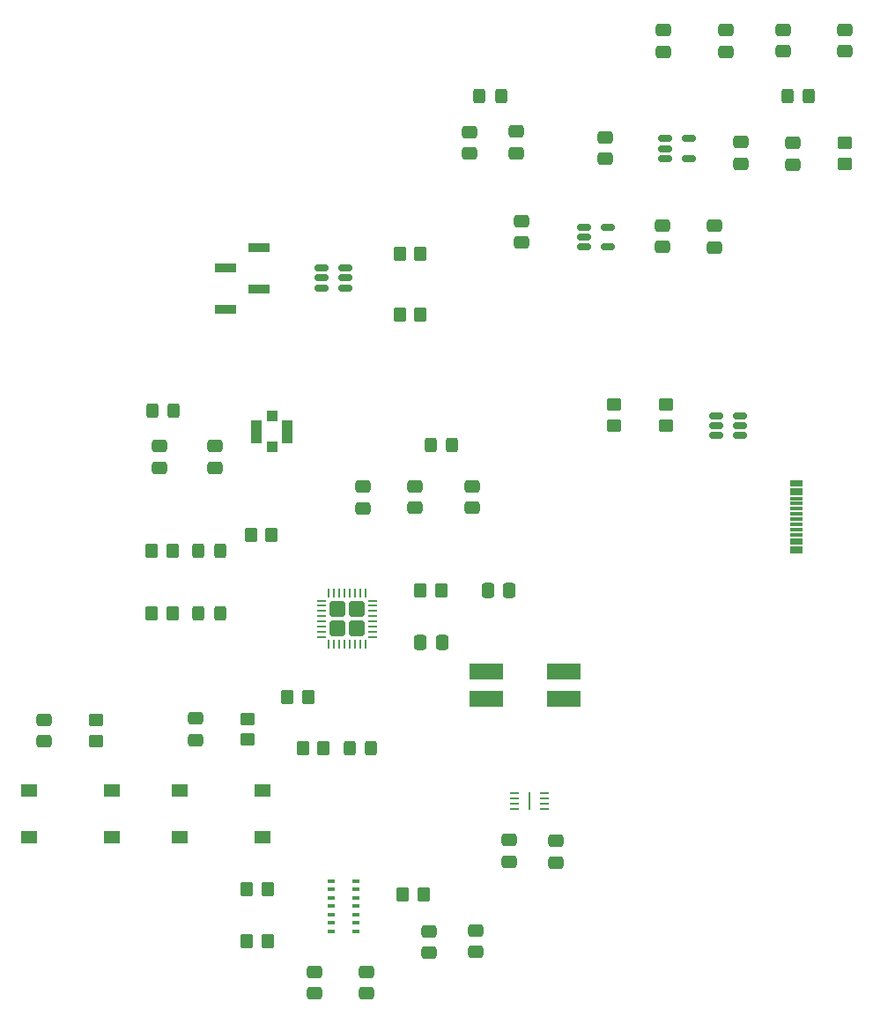
<source format=gbr>
%TF.GenerationSoftware,KiCad,Pcbnew,8.0.4*%
%TF.CreationDate,2024-11-12T16:21:51-06:00*%
%TF.ProjectId,wearablesystem,77656172-6162-46c6-9573-797374656d2e,rev?*%
%TF.SameCoordinates,Original*%
%TF.FileFunction,Paste,Top*%
%TF.FilePolarity,Positive*%
%FSLAX46Y46*%
G04 Gerber Fmt 4.6, Leading zero omitted, Abs format (unit mm)*
G04 Created by KiCad (PCBNEW 8.0.4) date 2024-11-12 16:21:51*
%MOMM*%
%LPD*%
G01*
G04 APERTURE LIST*
G04 Aperture macros list*
%AMRoundRect*
0 Rectangle with rounded corners*
0 $1 Rounding radius*
0 $2 $3 $4 $5 $6 $7 $8 $9 X,Y pos of 4 corners*
0 Add a 4 corners polygon primitive as box body*
4,1,4,$2,$3,$4,$5,$6,$7,$8,$9,$2,$3,0*
0 Add four circle primitives for the rounded corners*
1,1,$1+$1,$2,$3*
1,1,$1+$1,$4,$5*
1,1,$1+$1,$6,$7*
1,1,$1+$1,$8,$9*
0 Add four rect primitives between the rounded corners*
20,1,$1+$1,$2,$3,$4,$5,0*
20,1,$1+$1,$4,$5,$6,$7,0*
20,1,$1+$1,$6,$7,$8,$9,0*
20,1,$1+$1,$8,$9,$2,$3,0*%
G04 Aperture macros list end*
%ADD10RoundRect,0.250000X0.475000X-0.337500X0.475000X0.337500X-0.475000X0.337500X-0.475000X-0.337500X0*%
%ADD11RoundRect,0.250000X-0.475000X0.337500X-0.475000X-0.337500X0.475000X-0.337500X0.475000X0.337500X0*%
%ADD12RoundRect,0.150000X-0.512500X-0.150000X0.512500X-0.150000X0.512500X0.150000X-0.512500X0.150000X0*%
%ADD13RoundRect,0.250000X0.450000X-0.350000X0.450000X0.350000X-0.450000X0.350000X-0.450000X-0.350000X0*%
%ADD14RoundRect,0.250000X-0.325000X-0.450000X0.325000X-0.450000X0.325000X0.450000X-0.325000X0.450000X0*%
%ADD15R,1.550000X1.300000*%
%ADD16R,3.300000X1.540000*%
%ADD17R,1.000000X1.000000*%
%ADD18R,1.050000X2.200000*%
%ADD19RoundRect,0.087500X-0.287500X-0.087500X0.287500X-0.087500X0.287500X0.087500X-0.287500X0.087500X0*%
%ADD20RoundRect,0.250000X-0.350000X-0.450000X0.350000X-0.450000X0.350000X0.450000X-0.350000X0.450000X0*%
%ADD21RoundRect,0.250000X-0.450000X0.350000X-0.450000X-0.350000X0.450000X-0.350000X0.450000X0.350000X0*%
%ADD22RoundRect,0.250000X0.350000X0.450000X-0.350000X0.450000X-0.350000X-0.450000X0.350000X-0.450000X0*%
%ADD23RoundRect,0.250000X-0.337500X-0.475000X0.337500X-0.475000X0.337500X0.475000X-0.337500X0.475000X0*%
%ADD24R,0.812800X0.254000*%
%ADD25R,0.254000X1.651000*%
%ADD26RoundRect,0.150000X0.512500X0.150000X-0.512500X0.150000X-0.512500X-0.150000X0.512500X-0.150000X0*%
%ADD27RoundRect,0.250000X-0.495000X-0.495000X0.495000X-0.495000X0.495000X0.495000X-0.495000X0.495000X0*%
%ADD28RoundRect,0.062500X-0.337500X-0.062500X0.337500X-0.062500X0.337500X0.062500X-0.337500X0.062500X0*%
%ADD29RoundRect,0.062500X-0.062500X-0.337500X0.062500X-0.337500X0.062500X0.337500X-0.062500X0.337500X0*%
%ADD30R,2.000000X0.900000*%
%ADD31RoundRect,0.250000X0.325000X0.450000X-0.325000X0.450000X-0.325000X-0.450000X0.325000X-0.450000X0*%
%ADD32R,1.150000X0.300000*%
G04 APERTURE END LIST*
D10*
%TO.C,C14*%
X43000000Y-90787500D03*
X43000000Y-88712500D03*
%TD*%
D11*
%TO.C,C9*%
X69000000Y-112925000D03*
X69000000Y-115000000D03*
%TD*%
%TO.C,C6*%
X88898750Y-40780000D03*
X88898750Y-42855000D03*
%TD*%
D12*
%TO.C,U2*%
X102680000Y-32880000D03*
X102680000Y-33830000D03*
X102680000Y-34780000D03*
X104955000Y-34780000D03*
X104955000Y-32880000D03*
%TD*%
D11*
%TO.C,C22*%
X78680000Y-66255000D03*
X78680000Y-68330000D03*
%TD*%
%TO.C,C19*%
X102500000Y-22462500D03*
X102500000Y-24537500D03*
%TD*%
D13*
%TO.C,R11*%
X102762500Y-60425000D03*
X102762500Y-58425000D03*
%TD*%
D14*
%TO.C,D3*%
X57855000Y-78455000D03*
X59905000Y-78455000D03*
%TD*%
D15*
%TO.C,SW2*%
X41540000Y-95500000D03*
X49500000Y-95500000D03*
X41540000Y-100000000D03*
X49500000Y-100000000D03*
%TD*%
D16*
%TO.C,Y1*%
X85540000Y-86680000D03*
X92940000Y-86680000D03*
X92940000Y-84040000D03*
X85540000Y-84040000D03*
%TD*%
D11*
%TO.C,C11*%
X84500000Y-108925000D03*
X84500000Y-111000000D03*
%TD*%
%TO.C,C26*%
X59405000Y-62430000D03*
X59405000Y-64505000D03*
%TD*%
D17*
%TO.C,J3*%
X64905000Y-62505000D03*
D18*
X63430000Y-61005000D03*
D17*
X64905000Y-59505000D03*
D18*
X66380000Y-61005000D03*
%TD*%
D19*
%TO.C,U4*%
X70600000Y-104200000D03*
X70600000Y-105000000D03*
X70600000Y-105800000D03*
X70600000Y-106600000D03*
X70600000Y-107400000D03*
X70600000Y-108200000D03*
X70600000Y-109000000D03*
X73000000Y-109000000D03*
X73000000Y-108200000D03*
X73000000Y-107400000D03*
X73000000Y-106600000D03*
X73000000Y-105800000D03*
X73000000Y-105000000D03*
X73000000Y-104200000D03*
%TD*%
D10*
%TO.C,C13*%
X57520000Y-90637500D03*
X57520000Y-88562500D03*
%TD*%
D20*
%TO.C,R4*%
X62500000Y-105000000D03*
X64500000Y-105000000D03*
%TD*%
D21*
%TO.C,R3*%
X119955000Y-33280000D03*
X119955000Y-35280000D03*
%TD*%
D12*
%TO.C,U3*%
X94898750Y-41392500D03*
X94898750Y-42342500D03*
X94898750Y-43292500D03*
X97173750Y-43292500D03*
X97173750Y-41392500D03*
%TD*%
D11*
%TO.C,C10*%
X74000000Y-112925000D03*
X74000000Y-115000000D03*
%TD*%
%TO.C,C5*%
X114955000Y-33280000D03*
X114955000Y-35355000D03*
%TD*%
D14*
%TO.C,L1*%
X84855000Y-28780000D03*
X86905000Y-28780000D03*
%TD*%
%TO.C,D4*%
X57855000Y-72455000D03*
X59905000Y-72455000D03*
%TD*%
D22*
%TO.C,R15*%
X55355000Y-72455000D03*
X53355000Y-72455000D03*
%TD*%
D11*
%TO.C,C3*%
X96930000Y-32717500D03*
X96930000Y-34792500D03*
%TD*%
%TO.C,C8*%
X107398750Y-41242500D03*
X107398750Y-43317500D03*
%TD*%
%TO.C,C24*%
X84180000Y-66255000D03*
X84180000Y-68330000D03*
%TD*%
D23*
%TO.C,C18*%
X79180000Y-81255000D03*
X81255000Y-81255000D03*
%TD*%
D21*
%TO.C,R7*%
X62557500Y-88600000D03*
X62557500Y-90600000D03*
%TD*%
D23*
%TO.C,C17*%
X85642500Y-76255000D03*
X87717500Y-76255000D03*
%TD*%
D24*
%TO.C,U5*%
X91115600Y-97255002D03*
X91115600Y-96755001D03*
X91115600Y-96255001D03*
X91115600Y-95755000D03*
X88220000Y-95755000D03*
X88220000Y-96255001D03*
X88220000Y-96755001D03*
X88220000Y-97255002D03*
D25*
X89667800Y-96505001D03*
%TD*%
D11*
%TO.C,C15*%
X92220000Y-100330000D03*
X92220000Y-102405000D03*
%TD*%
D14*
%TO.C,D2*%
X72380000Y-91455000D03*
X74430000Y-91455000D03*
%TD*%
D13*
%TO.C,R10*%
X97737500Y-60425000D03*
X97737500Y-58425000D03*
%TD*%
D11*
%TO.C,C27*%
X54125000Y-62430000D03*
X54125000Y-64505000D03*
%TD*%
D26*
%TO.C,U7*%
X71967500Y-47205000D03*
X71967500Y-46255000D03*
X71967500Y-45305000D03*
X69692500Y-45305000D03*
X69692500Y-46255000D03*
X69692500Y-47205000D03*
%TD*%
D22*
%TO.C,R16*%
X69880000Y-91455000D03*
X67880000Y-91455000D03*
%TD*%
D14*
%TO.C,L3*%
X53380000Y-59005000D03*
X55430000Y-59005000D03*
%TD*%
D11*
%TO.C,C7*%
X102398750Y-41205000D03*
X102398750Y-43280000D03*
%TD*%
%TO.C,C12*%
X79990000Y-109000000D03*
X79990000Y-111075000D03*
%TD*%
%TO.C,C4*%
X109955000Y-33205000D03*
X109955000Y-35280000D03*
%TD*%
%TO.C,C20*%
X73680000Y-66292500D03*
X73680000Y-68367500D03*
%TD*%
D15*
%TO.C,SW1*%
X56040000Y-95500000D03*
X64000000Y-95500000D03*
X56040000Y-100000000D03*
X64000000Y-100000000D03*
%TD*%
D11*
%TO.C,C2*%
X88380000Y-32205000D03*
X88380000Y-34280000D03*
%TD*%
D27*
%TO.C,U1*%
X71205000Y-78080000D03*
X71205000Y-79930000D03*
X73055000Y-78080000D03*
X73055000Y-79930000D03*
D28*
X69680000Y-77255000D03*
X69680000Y-77755000D03*
X69680000Y-78255000D03*
X69680000Y-78755000D03*
X69680000Y-79255000D03*
X69680000Y-79755000D03*
X69680000Y-80255000D03*
X69680000Y-80755000D03*
D29*
X70380000Y-81455000D03*
X70880000Y-81455000D03*
X71380000Y-81455000D03*
X71880000Y-81455000D03*
X72380000Y-81455000D03*
X72880000Y-81455000D03*
X73380000Y-81455000D03*
X73880000Y-81455000D03*
D28*
X74580000Y-80755000D03*
X74580000Y-80255000D03*
X74580000Y-79755000D03*
X74580000Y-79255000D03*
X74580000Y-78755000D03*
X74580000Y-78255000D03*
X74580000Y-77755000D03*
X74580000Y-77255000D03*
D29*
X73880000Y-76555000D03*
X73380000Y-76555000D03*
X72880000Y-76555000D03*
X72380000Y-76555000D03*
X71880000Y-76555000D03*
X71380000Y-76555000D03*
X70880000Y-76555000D03*
X70380000Y-76555000D03*
%TD*%
D22*
%TO.C,R6*%
X79500000Y-105500000D03*
X77500000Y-105500000D03*
%TD*%
D20*
%TO.C,R9*%
X79180000Y-76255000D03*
X81180000Y-76255000D03*
%TD*%
D12*
%TO.C,U6*%
X107625000Y-59475000D03*
X107625000Y-60425000D03*
X107625000Y-61375000D03*
X109900000Y-61375000D03*
X109900000Y-60425000D03*
X109900000Y-59475000D03*
%TD*%
D11*
%TO.C,C1*%
X83880000Y-32242500D03*
X83880000Y-34317500D03*
%TD*%
%TO.C,C25*%
X120000000Y-22425000D03*
X120000000Y-24500000D03*
%TD*%
%TO.C,C16*%
X87720000Y-100255000D03*
X87720000Y-102330000D03*
%TD*%
D20*
%TO.C,R5*%
X62500000Y-110000000D03*
X64500000Y-110000000D03*
%TD*%
%TO.C,R12*%
X77167500Y-43955000D03*
X79167500Y-43955000D03*
%TD*%
D14*
%TO.C,L2*%
X80130000Y-62330000D03*
X82180000Y-62330000D03*
%TD*%
D11*
%TO.C,C21*%
X108500000Y-22462500D03*
X108500000Y-24537500D03*
%TD*%
D30*
%TO.C,J2*%
X63667500Y-43305000D03*
X60467500Y-45305000D03*
X63667500Y-47305000D03*
X60467500Y-49305000D03*
%TD*%
D31*
%TO.C,D1*%
X116480000Y-28780000D03*
X114430000Y-28780000D03*
%TD*%
D21*
%TO.C,R8*%
X48000000Y-88750000D03*
X48000000Y-90750000D03*
%TD*%
D11*
%TO.C,C23*%
X114000000Y-22425000D03*
X114000000Y-24500000D03*
%TD*%
D22*
%TO.C,R14*%
X55355000Y-78455000D03*
X53355000Y-78455000D03*
%TD*%
D32*
%TO.C,J1*%
X115330000Y-72530000D03*
X115330000Y-71730000D03*
X115330000Y-70430000D03*
X115330000Y-69430000D03*
X115330000Y-68930000D03*
X115330000Y-67930000D03*
X115330000Y-66630000D03*
X115330000Y-65830000D03*
X115330000Y-66130000D03*
X115330000Y-66930000D03*
X115330000Y-67430000D03*
X115330000Y-68430000D03*
X115330000Y-69930000D03*
X115330000Y-70930000D03*
X115330000Y-71430000D03*
X115330000Y-72230000D03*
%TD*%
D20*
%TO.C,R2*%
X66380000Y-86555000D03*
X68380000Y-86555000D03*
%TD*%
%TO.C,R1*%
X62880000Y-70955000D03*
X64880000Y-70955000D03*
%TD*%
%TO.C,R13*%
X77167500Y-49805000D03*
X79167500Y-49805000D03*
%TD*%
M02*

</source>
